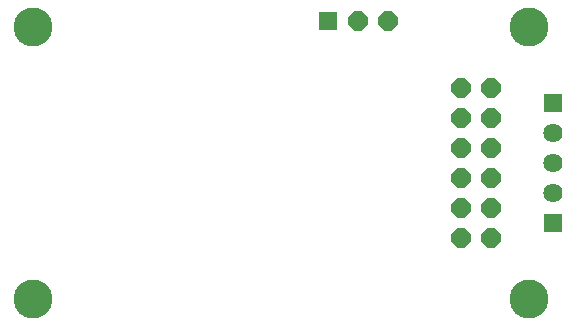
<source format=gbs>
G75*
G70*
%OFA0B0*%
%FSLAX24Y24*%
%IPPOS*%
%LPD*%
%AMOC8*
5,1,8,0,0,1.08239X$1,22.5*
%
%ADD10OC8,0.0640*%
%ADD11R,0.0640X0.0640*%
%ADD12C,0.0640*%
%ADD13C,0.1300*%
D10*
X018983Y007019D03*
X019983Y007019D03*
X019983Y008019D03*
X018983Y008019D03*
X018983Y009019D03*
X019983Y009019D03*
X019983Y010019D03*
X018983Y010019D03*
X018983Y011019D03*
X019983Y011019D03*
X019983Y012019D03*
X018983Y012019D03*
X016546Y014243D03*
X015546Y014243D03*
D11*
X014546Y014243D03*
X022042Y011519D03*
X022042Y007519D03*
D12*
X022042Y008519D03*
X022042Y009519D03*
X022042Y010519D03*
D13*
X004719Y004991D03*
X004719Y014047D03*
X021255Y014047D03*
X021255Y004991D03*
M02*

</source>
